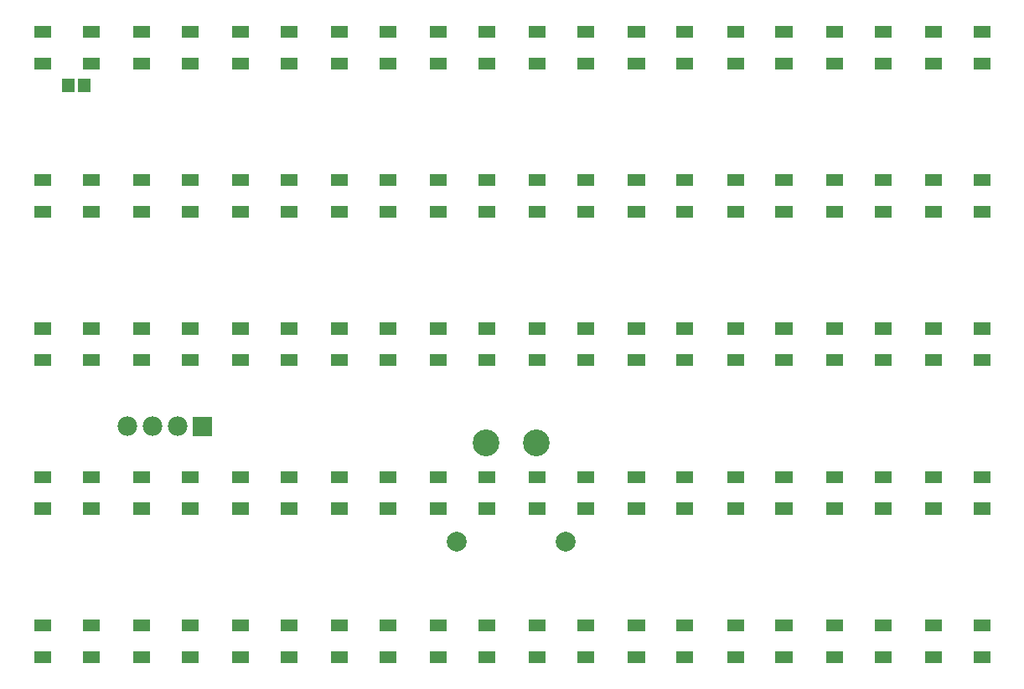
<source format=gts>
G04 Layer: TopSolderMaskLayer*
G04 EasyEDA v6.4.7, 2021-01-21T12:31:56+00:00*
G04 8b80c43fe55248bfb6e8376c4506c8f5,74a5fafabdd44b6e8d5e0fe5421ccbd6,10*
G04 Gerber Generator version 0.2*
G04 Scale: 100 percent, Rotated: No, Reflected: No *
G04 Dimensions in millimeters *
G04 leading zeros omitted , absolute positions ,3 integer and 3 decimal *
%FSLAX33Y33*%
%MOMM*%
G90*
D02*

%ADD40C,2.703195*%
%ADD41C,2.003196*%
%ADD43C,1.981200*%

%LPD*%
G54D40*
G01X52371Y24962D03*
G01X47371Y24962D03*
G54D41*
G01X44371Y14962D03*
G01X55371Y14962D03*
G36*
G01X17699Y25641D02*
G01X17699Y27622D01*
G01X19680Y27622D01*
G01X19680Y25641D01*
G01X17699Y25641D01*
G37*
G54D43*
G01X16149Y26632D03*
G01X13609Y26632D03*
G01X11069Y26632D03*
G36*
G01X66579Y2720D02*
G01X66579Y3921D01*
G01X68280Y3921D01*
G01X68280Y2720D01*
G01X66579Y2720D01*
G37*
G36*
G01X66579Y5918D02*
G01X66579Y7119D01*
G01X68280Y7119D01*
G01X68280Y5918D01*
G01X66579Y5918D01*
G37*
G36*
G01X61679Y5918D02*
G01X61679Y7119D01*
G01X63383Y7119D01*
G01X63383Y5918D01*
G01X61679Y5918D01*
G37*
G36*
G01X61679Y2720D02*
G01X61679Y3921D01*
G01X63383Y3921D01*
G01X63383Y2720D01*
G01X61679Y2720D01*
G37*
G36*
G01X76579Y2720D02*
G01X76579Y3921D01*
G01X78280Y3921D01*
G01X78280Y2720D01*
G01X76579Y2720D01*
G37*
G36*
G01X76579Y5918D02*
G01X76579Y7119D01*
G01X78280Y7119D01*
G01X78280Y5918D01*
G01X76579Y5918D01*
G37*
G36*
G01X71679Y5918D02*
G01X71679Y7119D01*
G01X73383Y7119D01*
G01X73383Y5918D01*
G01X71679Y5918D01*
G37*
G36*
G01X71679Y2720D02*
G01X71679Y3921D01*
G01X73383Y3921D01*
G01X73383Y2720D01*
G01X71679Y2720D01*
G37*
G36*
G01X46579Y2720D02*
G01X46579Y3921D01*
G01X48280Y3921D01*
G01X48280Y2720D01*
G01X46579Y2720D01*
G37*
G36*
G01X46579Y5918D02*
G01X46579Y7119D01*
G01X48280Y7119D01*
G01X48280Y5918D01*
G01X46579Y5918D01*
G37*
G36*
G01X41679Y5918D02*
G01X41679Y7119D01*
G01X43383Y7119D01*
G01X43383Y5918D01*
G01X41679Y5918D01*
G37*
G36*
G01X41679Y2720D02*
G01X41679Y3921D01*
G01X43383Y3921D01*
G01X43383Y2720D01*
G01X41679Y2720D01*
G37*
G36*
G01X36579Y2720D02*
G01X36579Y3921D01*
G01X38280Y3921D01*
G01X38280Y2720D01*
G01X36579Y2720D01*
G37*
G36*
G01X36579Y5918D02*
G01X36579Y7119D01*
G01X38280Y7119D01*
G01X38280Y5918D01*
G01X36579Y5918D01*
G37*
G36*
G01X31679Y5918D02*
G01X31679Y7119D01*
G01X33383Y7119D01*
G01X33383Y5918D01*
G01X31679Y5918D01*
G37*
G36*
G01X31679Y2720D02*
G01X31679Y3921D01*
G01X33383Y3921D01*
G01X33383Y2720D01*
G01X31679Y2720D01*
G37*
G36*
G01X26579Y2720D02*
G01X26579Y3921D01*
G01X28280Y3921D01*
G01X28280Y2720D01*
G01X26579Y2720D01*
G37*
G36*
G01X26579Y5918D02*
G01X26579Y7119D01*
G01X28280Y7119D01*
G01X28280Y5918D01*
G01X26579Y5918D01*
G37*
G36*
G01X21679Y5918D02*
G01X21679Y7119D01*
G01X23383Y7119D01*
G01X23383Y5918D01*
G01X21679Y5918D01*
G37*
G36*
G01X21679Y2720D02*
G01X21679Y3921D01*
G01X23383Y3921D01*
G01X23383Y2720D01*
G01X21679Y2720D01*
G37*
G36*
G01X16579Y2720D02*
G01X16579Y3921D01*
G01X18281Y3921D01*
G01X18281Y2720D01*
G01X16579Y2720D01*
G37*
G36*
G01X16579Y5918D02*
G01X16579Y7119D01*
G01X18281Y7119D01*
G01X18281Y5918D01*
G01X16579Y5918D01*
G37*
G36*
G01X11679Y5918D02*
G01X11679Y7119D01*
G01X13383Y7119D01*
G01X13383Y5918D01*
G01X11679Y5918D01*
G37*
G36*
G01X11679Y2720D02*
G01X11679Y3921D01*
G01X13383Y3921D01*
G01X13383Y2720D01*
G01X11679Y2720D01*
G37*
G36*
G01X6579Y2720D02*
G01X6579Y3921D01*
G01X8281Y3921D01*
G01X8281Y2720D01*
G01X6579Y2720D01*
G37*
G36*
G01X6579Y5918D02*
G01X6579Y7119D01*
G01X8281Y7119D01*
G01X8281Y5918D01*
G01X6579Y5918D01*
G37*
G36*
G01X1679Y5918D02*
G01X1679Y7119D01*
G01X3383Y7119D01*
G01X3383Y5918D01*
G01X1679Y5918D01*
G37*
G36*
G01X1679Y2720D02*
G01X1679Y3921D01*
G01X3383Y3921D01*
G01X3383Y2720D01*
G01X1679Y2720D01*
G37*
G36*
G01X96579Y17719D02*
G01X96579Y18920D01*
G01X98280Y18920D01*
G01X98280Y17719D01*
G01X96579Y17719D01*
G37*
G36*
G01X96579Y20919D02*
G01X96579Y22121D01*
G01X98280Y22121D01*
G01X98280Y20919D01*
G01X96579Y20919D01*
G37*
G36*
G01X91679Y20919D02*
G01X91679Y22121D01*
G01X93383Y22121D01*
G01X93383Y20919D01*
G01X91679Y20919D01*
G37*
G36*
G01X91679Y17719D02*
G01X91679Y18920D01*
G01X93383Y18920D01*
G01X93383Y17719D01*
G01X91679Y17719D01*
G37*
G36*
G01X86579Y17719D02*
G01X86579Y18920D01*
G01X88280Y18920D01*
G01X88280Y17719D01*
G01X86579Y17719D01*
G37*
G36*
G01X86579Y20919D02*
G01X86579Y22121D01*
G01X88280Y22121D01*
G01X88280Y20919D01*
G01X86579Y20919D01*
G37*
G36*
G01X81679Y20919D02*
G01X81679Y22121D01*
G01X83383Y22121D01*
G01X83383Y20919D01*
G01X81679Y20919D01*
G37*
G36*
G01X81679Y17719D02*
G01X81679Y18920D01*
G01X83383Y18920D01*
G01X83383Y17719D01*
G01X81679Y17719D01*
G37*
G36*
G01X56579Y17719D02*
G01X56579Y18920D01*
G01X58280Y18920D01*
G01X58280Y17719D01*
G01X56579Y17719D01*
G37*
G36*
G01X56579Y20919D02*
G01X56579Y22121D01*
G01X58280Y22121D01*
G01X58280Y20919D01*
G01X56579Y20919D01*
G37*
G36*
G01X51679Y20919D02*
G01X51679Y22121D01*
G01X53383Y22121D01*
G01X53383Y20919D01*
G01X51679Y20919D01*
G37*
G36*
G01X51679Y17719D02*
G01X51679Y18920D01*
G01X53383Y18920D01*
G01X53383Y17719D01*
G01X51679Y17719D01*
G37*
G36*
G01X66579Y17719D02*
G01X66579Y18920D01*
G01X68280Y18920D01*
G01X68280Y17719D01*
G01X66579Y17719D01*
G37*
G36*
G01X66579Y20919D02*
G01X66579Y22121D01*
G01X68280Y22121D01*
G01X68280Y20919D01*
G01X66579Y20919D01*
G37*
G36*
G01X61679Y20919D02*
G01X61679Y22121D01*
G01X63383Y22121D01*
G01X63383Y20919D01*
G01X61679Y20919D01*
G37*
G36*
G01X61679Y17719D02*
G01X61679Y18920D01*
G01X63383Y18920D01*
G01X63383Y17719D01*
G01X61679Y17719D01*
G37*
G36*
G01X76579Y17719D02*
G01X76579Y18920D01*
G01X78280Y18920D01*
G01X78280Y17719D01*
G01X76579Y17719D01*
G37*
G36*
G01X76579Y20919D02*
G01X76579Y22121D01*
G01X78280Y22121D01*
G01X78280Y20919D01*
G01X76579Y20919D01*
G37*
G36*
G01X71679Y20919D02*
G01X71679Y22121D01*
G01X73383Y22121D01*
G01X73383Y20919D01*
G01X71679Y20919D01*
G37*
G36*
G01X71679Y17719D02*
G01X71679Y18920D01*
G01X73383Y18920D01*
G01X73383Y17719D01*
G01X71679Y17719D01*
G37*
G36*
G01X46579Y17719D02*
G01X46579Y18920D01*
G01X48280Y18920D01*
G01X48280Y17719D01*
G01X46579Y17719D01*
G37*
G36*
G01X46579Y20919D02*
G01X46579Y22121D01*
G01X48280Y22121D01*
G01X48280Y20919D01*
G01X46579Y20919D01*
G37*
G36*
G01X41679Y20919D02*
G01X41679Y22121D01*
G01X43383Y22121D01*
G01X43383Y20919D01*
G01X41679Y20919D01*
G37*
G36*
G01X41679Y17719D02*
G01X41679Y18920D01*
G01X43383Y18920D01*
G01X43383Y17719D01*
G01X41679Y17719D01*
G37*
G36*
G01X36579Y17719D02*
G01X36579Y18920D01*
G01X38280Y18920D01*
G01X38280Y17719D01*
G01X36579Y17719D01*
G37*
G36*
G01X36579Y20919D02*
G01X36579Y22121D01*
G01X38280Y22121D01*
G01X38280Y20919D01*
G01X36579Y20919D01*
G37*
G36*
G01X31679Y20919D02*
G01X31679Y22121D01*
G01X33383Y22121D01*
G01X33383Y20919D01*
G01X31679Y20919D01*
G37*
G36*
G01X31679Y17719D02*
G01X31679Y18920D01*
G01X33383Y18920D01*
G01X33383Y17719D01*
G01X31679Y17719D01*
G37*
G36*
G01X26579Y17719D02*
G01X26579Y18920D01*
G01X28280Y18920D01*
G01X28280Y17719D01*
G01X26579Y17719D01*
G37*
G36*
G01X26579Y20919D02*
G01X26579Y22121D01*
G01X28280Y22121D01*
G01X28280Y20919D01*
G01X26579Y20919D01*
G37*
G36*
G01X21679Y20919D02*
G01X21679Y22121D01*
G01X23383Y22121D01*
G01X23383Y20919D01*
G01X21679Y20919D01*
G37*
G36*
G01X21679Y17719D02*
G01X21679Y18920D01*
G01X23383Y18920D01*
G01X23383Y17719D01*
G01X21679Y17719D01*
G37*
G36*
G01X16579Y17719D02*
G01X16579Y18920D01*
G01X18281Y18920D01*
G01X18281Y17719D01*
G01X16579Y17719D01*
G37*
G36*
G01X16579Y20919D02*
G01X16579Y22121D01*
G01X18281Y22121D01*
G01X18281Y20919D01*
G01X16579Y20919D01*
G37*
G36*
G01X11679Y20919D02*
G01X11679Y22121D01*
G01X13383Y22121D01*
G01X13383Y20919D01*
G01X11679Y20919D01*
G37*
G36*
G01X11679Y17719D02*
G01X11679Y18920D01*
G01X13383Y18920D01*
G01X13383Y17719D01*
G01X11679Y17719D01*
G37*
G36*
G01X6579Y17719D02*
G01X6579Y18920D01*
G01X8281Y18920D01*
G01X8281Y17719D01*
G01X6579Y17719D01*
G37*
G36*
G01X6579Y20919D02*
G01X6579Y22121D01*
G01X8281Y22121D01*
G01X8281Y20919D01*
G01X6579Y20919D01*
G37*
G36*
G01X1679Y20919D02*
G01X1679Y22121D01*
G01X3383Y22121D01*
G01X3383Y20919D01*
G01X1679Y20919D01*
G37*
G36*
G01X1679Y17719D02*
G01X1679Y18920D01*
G01X3383Y18920D01*
G01X3383Y17719D01*
G01X1679Y17719D01*
G37*
G36*
G01X96579Y2720D02*
G01X96579Y3921D01*
G01X98280Y3921D01*
G01X98280Y2720D01*
G01X96579Y2720D01*
G37*
G36*
G01X96579Y5918D02*
G01X96579Y7119D01*
G01X98280Y7119D01*
G01X98280Y5918D01*
G01X96579Y5918D01*
G37*
G36*
G01X91679Y5918D02*
G01X91679Y7119D01*
G01X93383Y7119D01*
G01X93383Y5918D01*
G01X91679Y5918D01*
G37*
G36*
G01X91679Y2720D02*
G01X91679Y3921D01*
G01X93383Y3921D01*
G01X93383Y2720D01*
G01X91679Y2720D01*
G37*
G36*
G01X6579Y32720D02*
G01X6579Y33921D01*
G01X8281Y33921D01*
G01X8281Y32720D01*
G01X6579Y32720D01*
G37*
G36*
G01X6579Y35918D02*
G01X6579Y37119D01*
G01X8281Y37119D01*
G01X8281Y35918D01*
G01X6579Y35918D01*
G37*
G36*
G01X1679Y35918D02*
G01X1679Y37119D01*
G01X3383Y37119D01*
G01X3383Y35918D01*
G01X1679Y35918D01*
G37*
G36*
G01X1679Y32720D02*
G01X1679Y33921D01*
G01X3383Y33921D01*
G01X3383Y32720D01*
G01X1679Y32720D01*
G37*
G36*
G01X16579Y32720D02*
G01X16579Y33921D01*
G01X18281Y33921D01*
G01X18281Y32720D01*
G01X16579Y32720D01*
G37*
G36*
G01X16579Y35918D02*
G01X16579Y37119D01*
G01X18281Y37119D01*
G01X18281Y35918D01*
G01X16579Y35918D01*
G37*
G36*
G01X11679Y35918D02*
G01X11679Y37119D01*
G01X13383Y37119D01*
G01X13383Y35918D01*
G01X11679Y35918D01*
G37*
G36*
G01X11679Y32720D02*
G01X11679Y33921D01*
G01X13383Y33921D01*
G01X13383Y32720D01*
G01X11679Y32720D01*
G37*
G36*
G01X26579Y32720D02*
G01X26579Y33921D01*
G01X28280Y33921D01*
G01X28280Y32720D01*
G01X26579Y32720D01*
G37*
G36*
G01X26579Y35918D02*
G01X26579Y37119D01*
G01X28280Y37119D01*
G01X28280Y35918D01*
G01X26579Y35918D01*
G37*
G36*
G01X21679Y35918D02*
G01X21679Y37119D01*
G01X23383Y37119D01*
G01X23383Y35918D01*
G01X21679Y35918D01*
G37*
G36*
G01X21679Y32720D02*
G01X21679Y33921D01*
G01X23383Y33921D01*
G01X23383Y32720D01*
G01X21679Y32720D01*
G37*
G36*
G01X36579Y32720D02*
G01X36579Y33921D01*
G01X38280Y33921D01*
G01X38280Y32720D01*
G01X36579Y32720D01*
G37*
G36*
G01X36579Y35918D02*
G01X36579Y37119D01*
G01X38280Y37119D01*
G01X38280Y35918D01*
G01X36579Y35918D01*
G37*
G36*
G01X31679Y35918D02*
G01X31679Y37119D01*
G01X33383Y37119D01*
G01X33383Y35918D01*
G01X31679Y35918D01*
G37*
G36*
G01X31679Y32720D02*
G01X31679Y33921D01*
G01X33383Y33921D01*
G01X33383Y32720D01*
G01X31679Y32720D01*
G37*
G36*
G01X46579Y32720D02*
G01X46579Y33921D01*
G01X48280Y33921D01*
G01X48280Y32720D01*
G01X46579Y32720D01*
G37*
G36*
G01X46579Y35918D02*
G01X46579Y37119D01*
G01X48280Y37119D01*
G01X48280Y35918D01*
G01X46579Y35918D01*
G37*
G36*
G01X41679Y35918D02*
G01X41679Y37119D01*
G01X43383Y37119D01*
G01X43383Y35918D01*
G01X41679Y35918D01*
G37*
G36*
G01X41679Y32720D02*
G01X41679Y33921D01*
G01X43383Y33921D01*
G01X43383Y32720D01*
G01X41679Y32720D01*
G37*
G36*
G01X76579Y32720D02*
G01X76579Y33921D01*
G01X78280Y33921D01*
G01X78280Y32720D01*
G01X76579Y32720D01*
G37*
G36*
G01X76579Y35918D02*
G01X76579Y37119D01*
G01X78280Y37119D01*
G01X78280Y35918D01*
G01X76579Y35918D01*
G37*
G36*
G01X71679Y35918D02*
G01X71679Y37119D01*
G01X73383Y37119D01*
G01X73383Y35918D01*
G01X71679Y35918D01*
G37*
G36*
G01X71679Y32720D02*
G01X71679Y33921D01*
G01X73383Y33921D01*
G01X73383Y32720D01*
G01X71679Y32720D01*
G37*
G36*
G01X66579Y32720D02*
G01X66579Y33921D01*
G01X68280Y33921D01*
G01X68280Y32720D01*
G01X66579Y32720D01*
G37*
G36*
G01X66579Y35918D02*
G01X66579Y37119D01*
G01X68280Y37119D01*
G01X68280Y35918D01*
G01X66579Y35918D01*
G37*
G36*
G01X61679Y35918D02*
G01X61679Y37119D01*
G01X63383Y37119D01*
G01X63383Y35918D01*
G01X61679Y35918D01*
G37*
G36*
G01X61679Y32720D02*
G01X61679Y33921D01*
G01X63383Y33921D01*
G01X63383Y32720D01*
G01X61679Y32720D01*
G37*
G36*
G01X56579Y32720D02*
G01X56579Y33921D01*
G01X58280Y33921D01*
G01X58280Y32720D01*
G01X56579Y32720D01*
G37*
G36*
G01X56579Y35918D02*
G01X56579Y37119D01*
G01X58280Y37119D01*
G01X58280Y35918D01*
G01X56579Y35918D01*
G37*
G36*
G01X51679Y35918D02*
G01X51679Y37119D01*
G01X53383Y37119D01*
G01X53383Y35918D01*
G01X51679Y35918D01*
G37*
G36*
G01X51679Y32720D02*
G01X51679Y33921D01*
G01X53383Y33921D01*
G01X53383Y32720D01*
G01X51679Y32720D01*
G37*
G36*
G01X86579Y32720D02*
G01X86579Y33921D01*
G01X88280Y33921D01*
G01X88280Y32720D01*
G01X86579Y32720D01*
G37*
G36*
G01X86579Y35918D02*
G01X86579Y37119D01*
G01X88280Y37119D01*
G01X88280Y35918D01*
G01X86579Y35918D01*
G37*
G36*
G01X81679Y35918D02*
G01X81679Y37119D01*
G01X83383Y37119D01*
G01X83383Y35918D01*
G01X81679Y35918D01*
G37*
G36*
G01X81679Y32720D02*
G01X81679Y33921D01*
G01X83383Y33921D01*
G01X83383Y32720D01*
G01X81679Y32720D01*
G37*
G36*
G01X96579Y32720D02*
G01X96579Y33921D01*
G01X98280Y33921D01*
G01X98280Y32720D01*
G01X96579Y32720D01*
G37*
G36*
G01X96579Y35918D02*
G01X96579Y37119D01*
G01X98280Y37119D01*
G01X98280Y35918D01*
G01X96579Y35918D01*
G37*
G36*
G01X91679Y35918D02*
G01X91679Y37119D01*
G01X93383Y37119D01*
G01X93383Y35918D01*
G01X91679Y35918D01*
G37*
G36*
G01X91679Y32720D02*
G01X91679Y33921D01*
G01X93383Y33921D01*
G01X93383Y32720D01*
G01X91679Y32720D01*
G37*
G36*
G01X96579Y47719D02*
G01X96579Y48920D01*
G01X98280Y48920D01*
G01X98280Y47719D01*
G01X96579Y47719D01*
G37*
G36*
G01X96579Y50919D02*
G01X96579Y52120D01*
G01X98280Y52120D01*
G01X98280Y50919D01*
G01X96579Y50919D01*
G37*
G36*
G01X91679Y50919D02*
G01X91679Y52120D01*
G01X93383Y52120D01*
G01X93383Y50919D01*
G01X91679Y50919D01*
G37*
G36*
G01X91679Y47719D02*
G01X91679Y48920D01*
G01X93383Y48920D01*
G01X93383Y47719D01*
G01X91679Y47719D01*
G37*
G36*
G01X86579Y47719D02*
G01X86579Y48920D01*
G01X88280Y48920D01*
G01X88280Y47719D01*
G01X86579Y47719D01*
G37*
G36*
G01X86579Y50919D02*
G01X86579Y52120D01*
G01X88280Y52120D01*
G01X88280Y50919D01*
G01X86579Y50919D01*
G37*
G36*
G01X81679Y50919D02*
G01X81679Y52120D01*
G01X83383Y52120D01*
G01X83383Y50919D01*
G01X81679Y50919D01*
G37*
G36*
G01X81679Y47719D02*
G01X81679Y48920D01*
G01X83383Y48920D01*
G01X83383Y47719D01*
G01X81679Y47719D01*
G37*
G36*
G01X86579Y2720D02*
G01X86579Y3921D01*
G01X88280Y3921D01*
G01X88280Y2720D01*
G01X86579Y2720D01*
G37*
G36*
G01X86579Y5918D02*
G01X86579Y7119D01*
G01X88280Y7119D01*
G01X88280Y5918D01*
G01X86579Y5918D01*
G37*
G36*
G01X81679Y5918D02*
G01X81679Y7119D01*
G01X83383Y7119D01*
G01X83383Y5918D01*
G01X81679Y5918D01*
G37*
G36*
G01X81679Y2720D02*
G01X81679Y3921D01*
G01X83383Y3921D01*
G01X83383Y2720D01*
G01X81679Y2720D01*
G37*
G36*
G01X56579Y47719D02*
G01X56579Y48920D01*
G01X58280Y48920D01*
G01X58280Y47719D01*
G01X56579Y47719D01*
G37*
G36*
G01X56579Y50919D02*
G01X56579Y52120D01*
G01X58280Y52120D01*
G01X58280Y50919D01*
G01X56579Y50919D01*
G37*
G36*
G01X51679Y50919D02*
G01X51679Y52120D01*
G01X53383Y52120D01*
G01X53383Y50919D01*
G01X51679Y50919D01*
G37*
G36*
G01X51679Y47719D02*
G01X51679Y48920D01*
G01X53383Y48920D01*
G01X53383Y47719D01*
G01X51679Y47719D01*
G37*
G36*
G01X66579Y47719D02*
G01X66579Y48920D01*
G01X68280Y48920D01*
G01X68280Y47719D01*
G01X66579Y47719D01*
G37*
G36*
G01X66579Y50919D02*
G01X66579Y52120D01*
G01X68280Y52120D01*
G01X68280Y50919D01*
G01X66579Y50919D01*
G37*
G36*
G01X61679Y50919D02*
G01X61679Y52120D01*
G01X63383Y52120D01*
G01X63383Y50919D01*
G01X61679Y50919D01*
G37*
G36*
G01X61679Y47719D02*
G01X61679Y48920D01*
G01X63383Y48920D01*
G01X63383Y47719D01*
G01X61679Y47719D01*
G37*
G36*
G01X76579Y47719D02*
G01X76579Y48920D01*
G01X78280Y48920D01*
G01X78280Y47719D01*
G01X76579Y47719D01*
G37*
G36*
G01X76579Y50919D02*
G01X76579Y52120D01*
G01X78280Y52120D01*
G01X78280Y50919D01*
G01X76579Y50919D01*
G37*
G36*
G01X71679Y50919D02*
G01X71679Y52120D01*
G01X73383Y52120D01*
G01X73383Y50919D01*
G01X71679Y50919D01*
G37*
G36*
G01X71679Y47719D02*
G01X71679Y48920D01*
G01X73383Y48920D01*
G01X73383Y47719D01*
G01X71679Y47719D01*
G37*
G36*
G01X46579Y47719D02*
G01X46579Y48920D01*
G01X48280Y48920D01*
G01X48280Y47719D01*
G01X46579Y47719D01*
G37*
G36*
G01X46579Y50919D02*
G01X46579Y52120D01*
G01X48280Y52120D01*
G01X48280Y50919D01*
G01X46579Y50919D01*
G37*
G36*
G01X41679Y50919D02*
G01X41679Y52120D01*
G01X43383Y52120D01*
G01X43383Y50919D01*
G01X41679Y50919D01*
G37*
G36*
G01X41679Y47719D02*
G01X41679Y48920D01*
G01X43383Y48920D01*
G01X43383Y47719D01*
G01X41679Y47719D01*
G37*
G36*
G01X36579Y47719D02*
G01X36579Y48920D01*
G01X38280Y48920D01*
G01X38280Y47719D01*
G01X36579Y47719D01*
G37*
G36*
G01X36579Y50919D02*
G01X36579Y52120D01*
G01X38280Y52120D01*
G01X38280Y50919D01*
G01X36579Y50919D01*
G37*
G36*
G01X31679Y50919D02*
G01X31679Y52120D01*
G01X33383Y52120D01*
G01X33383Y50919D01*
G01X31679Y50919D01*
G37*
G36*
G01X31679Y47719D02*
G01X31679Y48920D01*
G01X33383Y48920D01*
G01X33383Y47719D01*
G01X31679Y47719D01*
G37*
G36*
G01X26579Y47719D02*
G01X26579Y48920D01*
G01X28280Y48920D01*
G01X28280Y47719D01*
G01X26579Y47719D01*
G37*
G36*
G01X26579Y50919D02*
G01X26579Y52120D01*
G01X28280Y52120D01*
G01X28280Y50919D01*
G01X26579Y50919D01*
G37*
G36*
G01X21679Y50919D02*
G01X21679Y52120D01*
G01X23383Y52120D01*
G01X23383Y50919D01*
G01X21679Y50919D01*
G37*
G36*
G01X21679Y47719D02*
G01X21679Y48920D01*
G01X23383Y48920D01*
G01X23383Y47719D01*
G01X21679Y47719D01*
G37*
G36*
G01X16579Y47719D02*
G01X16579Y48920D01*
G01X18281Y48920D01*
G01X18281Y47719D01*
G01X16579Y47719D01*
G37*
G36*
G01X16579Y50919D02*
G01X16579Y52120D01*
G01X18281Y52120D01*
G01X18281Y50919D01*
G01X16579Y50919D01*
G37*
G36*
G01X11679Y50919D02*
G01X11679Y52120D01*
G01X13383Y52120D01*
G01X13383Y50919D01*
G01X11679Y50919D01*
G37*
G36*
G01X11679Y47719D02*
G01X11679Y48920D01*
G01X13383Y48920D01*
G01X13383Y47719D01*
G01X11679Y47719D01*
G37*
G36*
G01X6579Y47719D02*
G01X6579Y48920D01*
G01X8281Y48920D01*
G01X8281Y47719D01*
G01X6579Y47719D01*
G37*
G36*
G01X6579Y50919D02*
G01X6579Y52120D01*
G01X8281Y52120D01*
G01X8281Y50919D01*
G01X6579Y50919D01*
G37*
G36*
G01X1679Y50919D02*
G01X1679Y52120D01*
G01X3383Y52120D01*
G01X3383Y50919D01*
G01X1679Y50919D01*
G37*
G36*
G01X1679Y47719D02*
G01X1679Y48920D01*
G01X3383Y48920D01*
G01X3383Y47719D01*
G01X1679Y47719D01*
G37*
G36*
G01X56579Y2720D02*
G01X56579Y3921D01*
G01X58280Y3921D01*
G01X58280Y2720D01*
G01X56579Y2720D01*
G37*
G36*
G01X56579Y5918D02*
G01X56579Y7119D01*
G01X58280Y7119D01*
G01X58280Y5918D01*
G01X56579Y5918D01*
G37*
G36*
G01X51679Y5918D02*
G01X51679Y7119D01*
G01X53383Y7119D01*
G01X53383Y5918D01*
G01X51679Y5918D01*
G37*
G36*
G01X51679Y2720D02*
G01X51679Y3921D01*
G01X53383Y3921D01*
G01X53383Y2720D01*
G01X51679Y2720D01*
G37*
G36*
G01X4526Y60457D02*
G01X4526Y61762D01*
G01X5730Y61762D01*
G01X5730Y60457D01*
G01X4526Y60457D01*
G37*
G36*
G01X6127Y60457D02*
G01X6127Y61762D01*
G01X7331Y61762D01*
G01X7331Y60457D01*
G01X6127Y60457D01*
G37*
G36*
G01X6579Y62720D02*
G01X6579Y63921D01*
G01X8281Y63921D01*
G01X8281Y62720D01*
G01X6579Y62720D01*
G37*
G36*
G01X6579Y65918D02*
G01X6579Y67119D01*
G01X8281Y67119D01*
G01X8281Y65918D01*
G01X6579Y65918D01*
G37*
G36*
G01X1679Y65918D02*
G01X1679Y67119D01*
G01X3383Y67119D01*
G01X3383Y65918D01*
G01X1679Y65918D01*
G37*
G36*
G01X1679Y62720D02*
G01X1679Y63921D01*
G01X3383Y63921D01*
G01X3383Y62720D01*
G01X1679Y62720D01*
G37*
G36*
G01X16579Y62720D02*
G01X16579Y63921D01*
G01X18281Y63921D01*
G01X18281Y62720D01*
G01X16579Y62720D01*
G37*
G36*
G01X16579Y65918D02*
G01X16579Y67119D01*
G01X18281Y67119D01*
G01X18281Y65918D01*
G01X16579Y65918D01*
G37*
G36*
G01X11679Y65918D02*
G01X11679Y67119D01*
G01X13383Y67119D01*
G01X13383Y65918D01*
G01X11679Y65918D01*
G37*
G36*
G01X11679Y62720D02*
G01X11679Y63921D01*
G01X13383Y63921D01*
G01X13383Y62720D01*
G01X11679Y62720D01*
G37*
G36*
G01X26579Y62720D02*
G01X26579Y63921D01*
G01X28280Y63921D01*
G01X28280Y62720D01*
G01X26579Y62720D01*
G37*
G36*
G01X26579Y65918D02*
G01X26579Y67119D01*
G01X28280Y67119D01*
G01X28280Y65918D01*
G01X26579Y65918D01*
G37*
G36*
G01X21679Y65918D02*
G01X21679Y67119D01*
G01X23383Y67119D01*
G01X23383Y65918D01*
G01X21679Y65918D01*
G37*
G36*
G01X21679Y62720D02*
G01X21679Y63921D01*
G01X23383Y63921D01*
G01X23383Y62720D01*
G01X21679Y62720D01*
G37*
G36*
G01X36579Y62720D02*
G01X36579Y63921D01*
G01X38280Y63921D01*
G01X38280Y62720D01*
G01X36579Y62720D01*
G37*
G36*
G01X36579Y65918D02*
G01X36579Y67119D01*
G01X38280Y67119D01*
G01X38280Y65918D01*
G01X36579Y65918D01*
G37*
G36*
G01X31679Y65918D02*
G01X31679Y67119D01*
G01X33383Y67119D01*
G01X33383Y65918D01*
G01X31679Y65918D01*
G37*
G36*
G01X31679Y62720D02*
G01X31679Y63921D01*
G01X33383Y63921D01*
G01X33383Y62720D01*
G01X31679Y62720D01*
G37*
G36*
G01X46579Y62720D02*
G01X46579Y63921D01*
G01X48280Y63921D01*
G01X48280Y62720D01*
G01X46579Y62720D01*
G37*
G36*
G01X46579Y65918D02*
G01X46579Y67119D01*
G01X48280Y67119D01*
G01X48280Y65918D01*
G01X46579Y65918D01*
G37*
G36*
G01X41679Y65918D02*
G01X41679Y67119D01*
G01X43383Y67119D01*
G01X43383Y65918D01*
G01X41679Y65918D01*
G37*
G36*
G01X41679Y62720D02*
G01X41679Y63921D01*
G01X43383Y63921D01*
G01X43383Y62720D01*
G01X41679Y62720D01*
G37*
G36*
G01X96579Y62720D02*
G01X96579Y63921D01*
G01X98280Y63921D01*
G01X98280Y62720D01*
G01X96579Y62720D01*
G37*
G36*
G01X96579Y65918D02*
G01X96579Y67119D01*
G01X98280Y67119D01*
G01X98280Y65918D01*
G01X96579Y65918D01*
G37*
G36*
G01X91679Y65918D02*
G01X91679Y67119D01*
G01X93383Y67119D01*
G01X93383Y65918D01*
G01X91679Y65918D01*
G37*
G36*
G01X91679Y62720D02*
G01X91679Y63921D01*
G01X93383Y63921D01*
G01X93383Y62720D01*
G01X91679Y62720D01*
G37*
G36*
G01X86579Y62720D02*
G01X86579Y63921D01*
G01X88280Y63921D01*
G01X88280Y62720D01*
G01X86579Y62720D01*
G37*
G36*
G01X86579Y65918D02*
G01X86579Y67119D01*
G01X88280Y67119D01*
G01X88280Y65918D01*
G01X86579Y65918D01*
G37*
G36*
G01X81679Y65918D02*
G01X81679Y67119D01*
G01X83383Y67119D01*
G01X83383Y65918D01*
G01X81679Y65918D01*
G37*
G36*
G01X81679Y62720D02*
G01X81679Y63921D01*
G01X83383Y63921D01*
G01X83383Y62720D01*
G01X81679Y62720D01*
G37*
G36*
G01X76579Y62720D02*
G01X76579Y63921D01*
G01X78280Y63921D01*
G01X78280Y62720D01*
G01X76579Y62720D01*
G37*
G36*
G01X76579Y65918D02*
G01X76579Y67119D01*
G01X78280Y67119D01*
G01X78280Y65918D01*
G01X76579Y65918D01*
G37*
G36*
G01X71679Y65918D02*
G01X71679Y67119D01*
G01X73383Y67119D01*
G01X73383Y65918D01*
G01X71679Y65918D01*
G37*
G36*
G01X71679Y62720D02*
G01X71679Y63921D01*
G01X73383Y63921D01*
G01X73383Y62720D01*
G01X71679Y62720D01*
G37*
G36*
G01X66579Y62720D02*
G01X66579Y63921D01*
G01X68280Y63921D01*
G01X68280Y62720D01*
G01X66579Y62720D01*
G37*
G36*
G01X66579Y65918D02*
G01X66579Y67119D01*
G01X68280Y67119D01*
G01X68280Y65918D01*
G01X66579Y65918D01*
G37*
G36*
G01X61679Y65918D02*
G01X61679Y67119D01*
G01X63383Y67119D01*
G01X63383Y65918D01*
G01X61679Y65918D01*
G37*
G36*
G01X61679Y62720D02*
G01X61679Y63921D01*
G01X63383Y63921D01*
G01X63383Y62720D01*
G01X61679Y62720D01*
G37*
G36*
G01X56579Y62720D02*
G01X56579Y63921D01*
G01X58280Y63921D01*
G01X58280Y62720D01*
G01X56579Y62720D01*
G37*
G36*
G01X56579Y65918D02*
G01X56579Y67119D01*
G01X58280Y67119D01*
G01X58280Y65918D01*
G01X56579Y65918D01*
G37*
G36*
G01X51679Y65918D02*
G01X51679Y67119D01*
G01X53383Y67119D01*
G01X53383Y65918D01*
G01X51679Y65918D01*
G37*
G36*
G01X51679Y62720D02*
G01X51679Y63921D01*
G01X53383Y63921D01*
G01X53383Y62720D01*
G01X51679Y62720D01*
G37*
M00*
M02*

</source>
